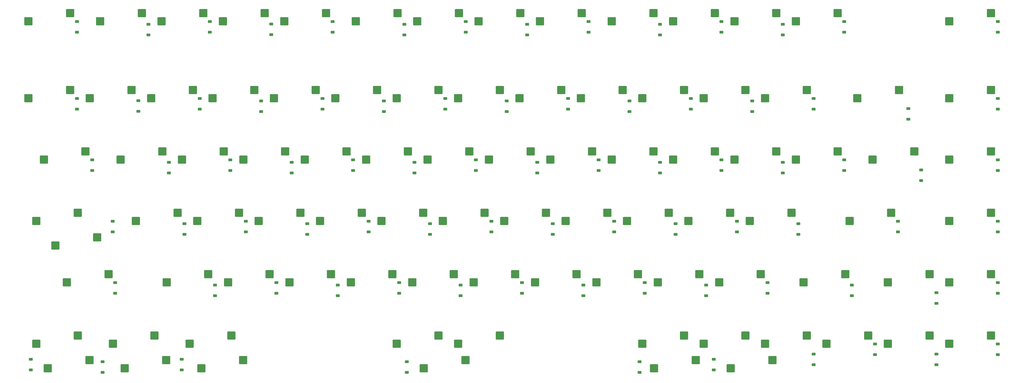
<source format=gbr>
%TF.GenerationSoftware,KiCad,Pcbnew,7.0.7*%
%TF.CreationDate,2023-10-07T20:29:56+07:00*%
%TF.ProjectId,physalis,70687973-616c-4697-932e-6b696361645f,rev?*%
%TF.SameCoordinates,Original*%
%TF.FileFunction,Paste,Bot*%
%TF.FilePolarity,Positive*%
%FSLAX46Y46*%
G04 Gerber Fmt 4.6, Leading zero omitted, Abs format (unit mm)*
G04 Created by KiCad (PCBNEW 7.0.7) date 2023-10-07 20:29:56*
%MOMM*%
%LPD*%
G01*
G04 APERTURE LIST*
G04 Aperture macros list*
%AMRoundRect*
0 Rectangle with rounded corners*
0 $1 Rounding radius*
0 $2 $3 $4 $5 $6 $7 $8 $9 X,Y pos of 4 corners*
0 Add a 4 corners polygon primitive as box body*
4,1,4,$2,$3,$4,$5,$6,$7,$8,$9,$2,$3,0*
0 Add four circle primitives for the rounded corners*
1,1,$1+$1,$2,$3*
1,1,$1+$1,$4,$5*
1,1,$1+$1,$6,$7*
1,1,$1+$1,$8,$9*
0 Add four rect primitives between the rounded corners*
20,1,$1+$1,$2,$3,$4,$5,0*
20,1,$1+$1,$4,$5,$6,$7,0*
20,1,$1+$1,$6,$7,$8,$9,0*
20,1,$1+$1,$8,$9,$2,$3,0*%
G04 Aperture macros list end*
%ADD10RoundRect,0.200000X1.075000X1.050000X-1.075000X1.050000X-1.075000X-1.050000X1.075000X-1.050000X0*%
%ADD11RoundRect,0.200000X-1.075000X-1.050000X1.075000X-1.050000X1.075000X1.050000X-1.075000X1.050000X0*%
%ADD12RoundRect,0.225000X0.375000X-0.225000X0.375000X0.225000X-0.375000X0.225000X-0.375000X-0.225000X0*%
G04 APERTURE END LIST*
D10*
%TO.C,SW85*%
X257116250Y-135890000D03*
X244189250Y-138430000D03*
%TD*%
%TO.C,SW84*%
X233303750Y-135890000D03*
X220376750Y-138430000D03*
%TD*%
D11*
%TO.C,SW89*%
X159602500Y-130810000D03*
X172529500Y-128270000D03*
%TD*%
D10*
%TO.C,SW76*%
X161866250Y-135890000D03*
X148939250Y-138430000D03*
%TD*%
D11*
%TO.C,SW90*%
X140552500Y-130810000D03*
X153479500Y-128270000D03*
%TD*%
D10*
%TO.C,SW88*%
X92810000Y-135890000D03*
X79883000Y-138430000D03*
%TD*%
%TO.C,SW87*%
X68997500Y-135890000D03*
X56070500Y-138430000D03*
%TD*%
%TO.C,SW86*%
X45185000Y-135890000D03*
X32258000Y-138430000D03*
%TD*%
D11*
%TO.C,SW83*%
X28633750Y-92710000D03*
X41560750Y-90170000D03*
%TD*%
%TO.C,SW30*%
X43942000Y-71120000D03*
X31015000Y-73660000D03*
%TD*%
%TO.C,SW82*%
X267779500Y-128270000D03*
X254852500Y-130810000D03*
%TD*%
%TO.C,SW78*%
X248729500Y-128270000D03*
X235802500Y-130810000D03*
%TD*%
%TO.C,SW77*%
X229679500Y-128270000D03*
X216752500Y-130810000D03*
%TD*%
D12*
%TO.C,D82*%
X269875000Y-137381250D03*
X269875000Y-134081250D03*
%TD*%
D11*
%TO.C,SW18*%
X96329500Y-52070000D03*
X83402500Y-54610000D03*
%TD*%
%TO.C,SW20*%
X134429500Y-52070000D03*
X121502500Y-54610000D03*
%TD*%
%TO.C,SW5*%
X118554500Y-28257500D03*
X105627500Y-30797500D03*
%TD*%
%TO.C,SW39*%
X220154500Y-71120000D03*
X207227500Y-73660000D03*
%TD*%
%TO.C,SW56*%
X263017000Y-90170000D03*
X250090000Y-92710000D03*
%TD*%
%TO.C,SW9*%
X197929500Y-28257500D03*
X185002500Y-30797500D03*
%TD*%
%TO.C,SW73*%
X41560750Y-128270000D03*
X28633750Y-130810000D03*
%TD*%
%TO.C,SW52*%
X186817000Y-90170000D03*
X173890000Y-92710000D03*
%TD*%
%TO.C,SW42*%
X277304500Y-71120000D03*
X264377500Y-73660000D03*
%TD*%
%TO.C,SW48*%
X110617000Y-90170000D03*
X97690000Y-92710000D03*
%TD*%
%TO.C,SW81*%
X324929500Y-128270000D03*
X312002500Y-130810000D03*
%TD*%
%TO.C,SW37*%
X182054500Y-71120000D03*
X169127500Y-73660000D03*
%TD*%
%TO.C,SW6*%
X140779500Y-28257500D03*
X127852500Y-30797500D03*
%TD*%
%TO.C,SW3*%
X80454500Y-28257500D03*
X67527500Y-30797500D03*
%TD*%
D10*
%TO.C,SW45*%
X34639250Y-100330000D03*
X47566250Y-97790000D03*
%TD*%
D11*
%TO.C,SW80*%
X305879500Y-128270000D03*
X292952500Y-130810000D03*
%TD*%
%TO.C,SW28*%
X296354500Y-52070000D03*
X283427500Y-54610000D03*
%TD*%
%TO.C,SW69*%
X253492000Y-109220000D03*
X240565000Y-111760000D03*
%TD*%
%TO.C,SW71*%
X305879500Y-109220000D03*
X292952500Y-111760000D03*
%TD*%
%TO.C,SW58*%
X324929500Y-90170000D03*
X312002500Y-92710000D03*
%TD*%
%TO.C,SW74*%
X65373250Y-128270000D03*
X52446250Y-130810000D03*
%TD*%
%TO.C,SW13*%
X277304500Y-28257500D03*
X264377500Y-30797500D03*
%TD*%
%TO.C,SW25*%
X229679500Y-52070000D03*
X216752500Y-54610000D03*
%TD*%
%TO.C,SW54*%
X224917000Y-90170000D03*
X211990000Y-92710000D03*
%TD*%
%TO.C,SW17*%
X77279500Y-52070000D03*
X64352500Y-54610000D03*
%TD*%
%TO.C,SW68*%
X234442000Y-109220000D03*
X221515000Y-111760000D03*
%TD*%
%TO.C,SW57*%
X293973250Y-90170000D03*
X281046250Y-92710000D03*
%TD*%
%TO.C,SW62*%
X120142000Y-109220000D03*
X107215000Y-111760000D03*
%TD*%
%TO.C,SW24*%
X210629500Y-52070000D03*
X197702500Y-54610000D03*
%TD*%
%TO.C,SW61*%
X101092000Y-109220000D03*
X88165000Y-111760000D03*
%TD*%
%TO.C,SW41*%
X258254500Y-71120000D03*
X245327500Y-73660000D03*
%TD*%
%TO.C,SW4*%
X99504500Y-28257500D03*
X86577500Y-30797500D03*
%TD*%
%TO.C,SW32*%
X86804500Y-71120000D03*
X73877500Y-73660000D03*
%TD*%
%TO.C,SW2*%
X61404500Y-28257500D03*
X48477500Y-30797500D03*
%TD*%
%TO.C,SW11*%
X239204500Y-28257500D03*
X226277500Y-30797500D03*
%TD*%
%TO.C,SW60*%
X82042000Y-109220000D03*
X69115000Y-111760000D03*
%TD*%
%TO.C,SW63*%
X139192000Y-109220000D03*
X126265000Y-111760000D03*
%TD*%
%TO.C,SW49*%
X129667000Y-90170000D03*
X116740000Y-92710000D03*
%TD*%
%TO.C,SW19*%
X115379500Y-52070000D03*
X102452500Y-54610000D03*
%TD*%
%TO.C,SW40*%
X239204500Y-71120000D03*
X226277500Y-73660000D03*
%TD*%
%TO.C,SW12*%
X258254500Y-28257500D03*
X245327500Y-30797500D03*
%TD*%
%TO.C,SW66*%
X196342000Y-109220000D03*
X183415000Y-111760000D03*
%TD*%
%TO.C,SW27*%
X267779500Y-52070000D03*
X254852500Y-54610000D03*
%TD*%
%TO.C,SW67*%
X215392000Y-109220000D03*
X202465000Y-111760000D03*
%TD*%
%TO.C,SW23*%
X191579500Y-52070000D03*
X178652500Y-54610000D03*
%TD*%
%TO.C,SW15*%
X39179500Y-52070000D03*
X26252500Y-54610000D03*
%TD*%
%TO.C,SW16*%
X58229500Y-52070000D03*
X45302500Y-54610000D03*
%TD*%
%TO.C,SW65*%
X177292000Y-109220000D03*
X164365000Y-111760000D03*
%TD*%
%TO.C,SW70*%
X279685750Y-109220000D03*
X266758750Y-111760000D03*
%TD*%
%TO.C,SW29*%
X324929500Y-52070000D03*
X312002500Y-54610000D03*
%TD*%
%TO.C,SW44*%
X324929500Y-71120000D03*
X312002500Y-73660000D03*
%TD*%
%TO.C,SW14*%
X324929500Y-28257500D03*
X312002500Y-30797500D03*
%TD*%
%TO.C,SW75*%
X89185750Y-128270000D03*
X76258750Y-130810000D03*
%TD*%
%TO.C,SW31*%
X67754500Y-71120000D03*
X54827500Y-73660000D03*
%TD*%
%TO.C,SW7*%
X159829500Y-28257500D03*
X146902500Y-30797500D03*
%TD*%
%TO.C,SW1*%
X39179500Y-28257500D03*
X26252500Y-30797500D03*
%TD*%
%TO.C,SW50*%
X148717000Y-90170000D03*
X135790000Y-92710000D03*
%TD*%
%TO.C,SW51*%
X167767000Y-90170000D03*
X154840000Y-92710000D03*
%TD*%
%TO.C,SW36*%
X163004500Y-71120000D03*
X150077500Y-73660000D03*
%TD*%
%TO.C,SW21*%
X153479500Y-52070000D03*
X140552500Y-54610000D03*
%TD*%
%TO.C,SW72*%
X324929500Y-109220000D03*
X312002500Y-111760000D03*
%TD*%
%TO.C,SW26*%
X248729500Y-52070000D03*
X235802500Y-54610000D03*
%TD*%
%TO.C,SW59*%
X51085750Y-109220000D03*
X38158750Y-111760000D03*
%TD*%
%TO.C,SW33*%
X105854500Y-71120000D03*
X92927500Y-73660000D03*
%TD*%
%TO.C,SW46*%
X72517000Y-90170000D03*
X59590000Y-92710000D03*
%TD*%
%TO.C,SW79*%
X286829500Y-128270000D03*
X273902500Y-130810000D03*
%TD*%
%TO.C,SW10*%
X220154500Y-28257500D03*
X207227500Y-30797500D03*
%TD*%
%TO.C,SW34*%
X124904500Y-71120000D03*
X111977500Y-73660000D03*
%TD*%
%TO.C,SW64*%
X158242000Y-109220000D03*
X145315000Y-111760000D03*
%TD*%
%TO.C,SW43*%
X301117000Y-71120000D03*
X288190000Y-73660000D03*
%TD*%
%TO.C,SW8*%
X178879500Y-28257500D03*
X165952500Y-30797500D03*
%TD*%
%TO.C,SW55*%
X243967000Y-90170000D03*
X231040000Y-92710000D03*
%TD*%
%TO.C,SW47*%
X91567000Y-90170000D03*
X78640000Y-92710000D03*
%TD*%
%TO.C,SW22*%
X172529500Y-52070000D03*
X159602500Y-54610000D03*
%TD*%
%TO.C,SW38*%
X201104500Y-71120000D03*
X188177500Y-73660000D03*
%TD*%
%TO.C,SW35*%
X143954500Y-71120000D03*
X131027500Y-73660000D03*
%TD*%
%TO.C,SW53*%
X205867000Y-90170000D03*
X192940000Y-92710000D03*
%TD*%
D12*
%TO.C,D30*%
X46037500Y-77056250D03*
X46037500Y-73756250D03*
%TD*%
%TO.C,D67*%
X217487500Y-115156250D03*
X217487500Y-111856250D03*
%TD*%
%TO.C,D64*%
X160337500Y-115950000D03*
X160337500Y-112650000D03*
%TD*%
%TO.C,D65*%
X179387500Y-115156250D03*
X179387500Y-111856250D03*
%TD*%
%TO.C,D58*%
X327025000Y-96106250D03*
X327025000Y-92806250D03*
%TD*%
%TO.C,D31*%
X69850000Y-77850000D03*
X69850000Y-74550000D03*
%TD*%
%TO.C,D61*%
X103187500Y-115156250D03*
X103187500Y-111856250D03*
%TD*%
%TO.C,D21*%
X155575000Y-58006250D03*
X155575000Y-54706250D03*
%TD*%
%TO.C,D62*%
X122237500Y-115950000D03*
X122237500Y-112650000D03*
%TD*%
%TO.C,D72*%
X327025000Y-115156250D03*
X327025000Y-111856250D03*
%TD*%
%TO.C,D8*%
X180975000Y-34987500D03*
X180975000Y-31687500D03*
%TD*%
%TO.C,D23*%
X193675000Y-58006250D03*
X193675000Y-54706250D03*
%TD*%
%TO.C,D46*%
X74612500Y-96900000D03*
X74612500Y-93600000D03*
%TD*%
%TO.C,D70*%
X281781250Y-115950000D03*
X281781250Y-112650000D03*
%TD*%
%TO.C,D52*%
X188912500Y-96900000D03*
X188912500Y-93600000D03*
%TD*%
%TO.C,D40*%
X241300000Y-77056250D03*
X241300000Y-73756250D03*
%TD*%
%TO.C,D5*%
X120650000Y-34193750D03*
X120650000Y-30893750D03*
%TD*%
%TO.C,D51*%
X169862500Y-96106250D03*
X169862500Y-92806250D03*
%TD*%
%TO.C,D14*%
X327025000Y-34193750D03*
X327025000Y-30893750D03*
%TD*%
%TO.C,D53*%
X207962500Y-96106250D03*
X207962500Y-92806250D03*
%TD*%
%TO.C,D17*%
X79375000Y-58006250D03*
X79375000Y-54706250D03*
%TD*%
%TO.C,D57*%
X296068750Y-96106250D03*
X296068750Y-92806250D03*
%TD*%
%TO.C,D78*%
X238918750Y-138968750D03*
X238918750Y-135668750D03*
%TD*%
%TO.C,D63*%
X141287500Y-115156250D03*
X141287500Y-111856250D03*
%TD*%
%TO.C,D9*%
X200025000Y-34193750D03*
X200025000Y-30893750D03*
%TD*%
%TO.C,D10*%
X222250000Y-34987500D03*
X222250000Y-31687500D03*
%TD*%
%TO.C,D50*%
X150812500Y-96900000D03*
X150812500Y-93600000D03*
%TD*%
%TO.C,D11*%
X241300000Y-34193750D03*
X241300000Y-30893750D03*
%TD*%
%TO.C,D43*%
X303212500Y-80231250D03*
X303212500Y-76931250D03*
%TD*%
%TO.C,D66*%
X198437500Y-115950000D03*
X198437500Y-112650000D03*
%TD*%
%TO.C,D80*%
X307975000Y-137381250D03*
X307975000Y-134081250D03*
%TD*%
%TO.C,D54*%
X227012500Y-96900000D03*
X227012500Y-93600000D03*
%TD*%
%TO.C,D27*%
X269875000Y-58006250D03*
X269875000Y-54706250D03*
%TD*%
%TO.C,D76*%
X143668750Y-139762500D03*
X143668750Y-136462500D03*
%TD*%
%TO.C,D38*%
X203200000Y-77056250D03*
X203200000Y-73756250D03*
%TD*%
%TO.C,D39*%
X222250000Y-77850000D03*
X222250000Y-74550000D03*
%TD*%
%TO.C,D34*%
X127000000Y-77056250D03*
X127000000Y-73756250D03*
%TD*%
%TO.C,D45*%
X52387500Y-96106250D03*
X52387500Y-92806250D03*
%TD*%
%TO.C,D79*%
X288925000Y-134206250D03*
X288925000Y-130906250D03*
%TD*%
%TO.C,D75*%
X73818750Y-138968750D03*
X73818750Y-135668750D03*
%TD*%
%TO.C,D47*%
X93662500Y-96106250D03*
X93662500Y-92806250D03*
%TD*%
%TO.C,D18*%
X98425000Y-58800000D03*
X98425000Y-55500000D03*
%TD*%
%TO.C,D15*%
X41275000Y-58006250D03*
X41275000Y-54706250D03*
%TD*%
%TO.C,D22*%
X174625000Y-58800000D03*
X174625000Y-55500000D03*
%TD*%
%TO.C,D81*%
X327025000Y-134206250D03*
X327025000Y-130906250D03*
%TD*%
%TO.C,D71*%
X307975000Y-118331250D03*
X307975000Y-115031250D03*
%TD*%
%TO.C,D68*%
X236537500Y-115950000D03*
X236537500Y-112650000D03*
%TD*%
%TO.C,D29*%
X327025000Y-58006250D03*
X327025000Y-54706250D03*
%TD*%
%TO.C,D42*%
X279400000Y-77056250D03*
X279400000Y-73756250D03*
%TD*%
%TO.C,D37*%
X184150000Y-77850000D03*
X184150000Y-74550000D03*
%TD*%
%TO.C,D77*%
X215900000Y-139762500D03*
X215900000Y-136462500D03*
%TD*%
%TO.C,D55*%
X246062500Y-96106250D03*
X246062500Y-92806250D03*
%TD*%
%TO.C,D59*%
X53181250Y-115156250D03*
X53181250Y-111856250D03*
%TD*%
%TO.C,D48*%
X112712500Y-96900000D03*
X112712500Y-93600000D03*
%TD*%
%TO.C,D33*%
X107950000Y-77850000D03*
X107950000Y-74550000D03*
%TD*%
%TO.C,D6*%
X142875000Y-34987500D03*
X142875000Y-31687500D03*
%TD*%
%TO.C,D60*%
X84137500Y-115950000D03*
X84137500Y-112650000D03*
%TD*%
%TO.C,D36*%
X165100000Y-77056250D03*
X165100000Y-73756250D03*
%TD*%
%TO.C,D20*%
X136525000Y-58800000D03*
X136525000Y-55500000D03*
%TD*%
%TO.C,D25*%
X231775000Y-58006250D03*
X231775000Y-54706250D03*
%TD*%
%TO.C,D44*%
X327025000Y-77056250D03*
X327025000Y-73756250D03*
%TD*%
%TO.C,D41*%
X260350000Y-77850000D03*
X260350000Y-74550000D03*
%TD*%
%TO.C,D7*%
X161925000Y-34193750D03*
X161925000Y-30893750D03*
%TD*%
%TO.C,D74*%
X49212500Y-139762500D03*
X49212500Y-136462500D03*
%TD*%
%TO.C,D1*%
X41275000Y-34193750D03*
X41275000Y-30893750D03*
%TD*%
%TO.C,D4*%
X101600000Y-34925000D03*
X101600000Y-31625000D03*
%TD*%
%TO.C,D28*%
X299243750Y-61181250D03*
X299243750Y-57881250D03*
%TD*%
%TO.C,D19*%
X117475000Y-58006250D03*
X117475000Y-54706250D03*
%TD*%
%TO.C,D49*%
X131762500Y-96106250D03*
X131762500Y-92806250D03*
%TD*%
%TO.C,D69*%
X255587500Y-115156250D03*
X255587500Y-111856250D03*
%TD*%
%TO.C,D16*%
X60325000Y-58737500D03*
X60325000Y-55437500D03*
%TD*%
%TO.C,D13*%
X279400000Y-34193750D03*
X279400000Y-30893750D03*
%TD*%
%TO.C,D3*%
X82550000Y-34193750D03*
X82550000Y-30893750D03*
%TD*%
%TO.C,D73*%
X26987500Y-138968750D03*
X26987500Y-135668750D03*
%TD*%
%TO.C,D56*%
X265112500Y-96900000D03*
X265112500Y-93600000D03*
%TD*%
%TO.C,D2*%
X63500000Y-34987500D03*
X63500000Y-31687500D03*
%TD*%
%TO.C,D24*%
X212725000Y-58800000D03*
X212725000Y-55500000D03*
%TD*%
%TO.C,D12*%
X260350000Y-34987500D03*
X260350000Y-31687500D03*
%TD*%
%TO.C,D35*%
X146050000Y-77850000D03*
X146050000Y-74550000D03*
%TD*%
%TO.C,D26*%
X250825000Y-58800000D03*
X250825000Y-55500000D03*
%TD*%
%TO.C,D32*%
X88900000Y-77056250D03*
X88900000Y-73756250D03*
%TD*%
M02*

</source>
